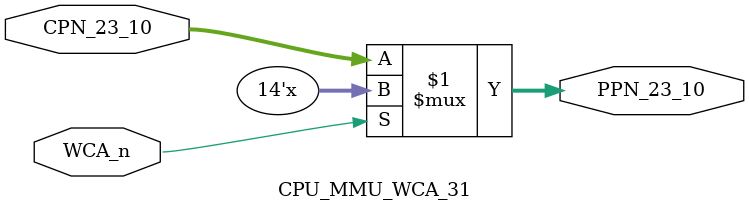
<source format=v>
/**************************************************************************
** ND120 CPU, MM&M                                                       **
** CPU/MMU/WCA                                                           **
** PPN TO CPN                                                            **
** SHEET 31 of 50                                                        **
**                                                                       ** 
** Last reviewed: 10-FEB-2024                                            **
** Ronny Hansen                                                          **
***************************************************************************/

module CPU_MMU_WCA_31(
                        input  [13:0] CPN_23_10,
                        input         WCA_n,
                        output [13:0] PPN_23_10
                      );


assign PPN_23_10 = WCA_n ? 14'bz : CPN_23_10;


// Below is the original code from the Logisim generated file
`ifdef _OLD_CODE_

   /*******************************************************************************
   ** The wires are defined here                                                 **
   *******************************************************************************/
   wire [13:0] s_logisimBus0;
   wire [13:0] s_logisimBus15;
   wire        s_logisimNet10;
   wire        s_logisimNet11;
   wire        s_logisimNet12;
   wire        s_logisimNet13;
   wire        s_logisimNet16;
   wire        s_logisimNet17;
   wire        s_logisimNet18;
   wire        s_logisimNet19;
   wire        s_logisimNet20;
   wire        s_logisimNet21;
   wire        s_logisimNet25;
   wire        s_logisimNet26;
   wire        s_logisimNet27;
   wire        s_logisimNet28;
   wire        s_logisimNet29;
   wire        s_logisimNet30;
   wire        s_logisimNet31;
   wire        s_logisimNet32;
   wire        s_logisimNet33;
   wire        s_logisimNet34;
   wire        s_logisimNet35;
   wire        s_logisimNet36;
   wire        s_logisimNet37;
   wire        s_logisimNet38;
   wire        s_logisimNet5;
   wire        s_logisimNet6;
   wire        s_logisimNet7;
   wire        s_logisimNet8;
   wire        s_logisimNet9;

   /*******************************************************************************
   ** The module functionality is described here                                 **
   *******************************************************************************/

   /*******************************************************************************
   ** Here all input connections are defined                                     **
   *******************************************************************************/
   assign s_logisimBus15[13:0] = PPN_23_10;
   assign s_logisimNet5        = WCA_n;

   /*******************************************************************************
   ** Here all output connections are defined                                    **
   *******************************************************************************/
   assign CPN_23_10 = s_logisimBus0[13:0];

   /*******************************************************************************
   ** Here all sub-circuits are defined                                          **
   *******************************************************************************/

   TTL_74244   CHIP_11G (.I0_1A1(1'b0),
                         .I1_1A2(1'b0),
                         .I2_1A3(s_logisimBus15[13]),
                         .I3_1A4(s_logisimBus15[12]),
                         .I4_2A1(s_logisimBus15[11]),
                         .I5_2A2(s_logisimBus15[10]),
                         .I6_2A3(s_logisimBus15[9]),
                         .I7_2A4(s_logisimBus15[8]),
                         .O0_1Y1(),
                         .O1_1Y2(),
                         .O2_1Y3(s_logisimBus0[12]),
                         .O3_1Y4(s_logisimBus0[13]),
                         .O4_2Y1(s_logisimBus0[11]),
                         .O5_2Y2(s_logisimBus0[10]),
                         .O6_2Y3(s_logisimBus0[9]),
                         .O7_2Y4(s_logisimBus0[8]),
                         .OE1_1G_n(s_logisimNet5),
                         .OE2_2G_n(s_logisimNet5));

   TTL_74244   CHIP_10G (.I0_1A1(s_logisimBus15[7]),
                         .I1_1A2(s_logisimBus15[6]),
                         .I2_1A3(s_logisimBus15[5]),
                         .I3_1A4(s_logisimBus15[4]),
                         .I4_2A1(s_logisimBus15[3]),
                         .I5_2A2(s_logisimBus15[2]),
                         .I6_2A3(s_logisimBus15[1]),
                         .I7_2A4(s_logisimBus15[0]),
                         .O0_1Y1(s_logisimBus0[7]),
                         .O1_1Y2(s_logisimBus0[6]),
                         .O2_1Y3(s_logisimBus0[5]),
                         .O3_1Y4(s_logisimBus0[4]),
                         .O4_2Y1(s_logisimBus0[3]),
                         .O5_2Y2(s_logisimBus0[2]),
                         .O6_2Y3(s_logisimBus0[1]),
                         .O7_2Y4(s_logisimBus0[0]),
                         .OE1_1G_n(s_logisimNet5),
                         .OE2_2G_n(s_logisimNet5));
`endif

endmodule

</source>
